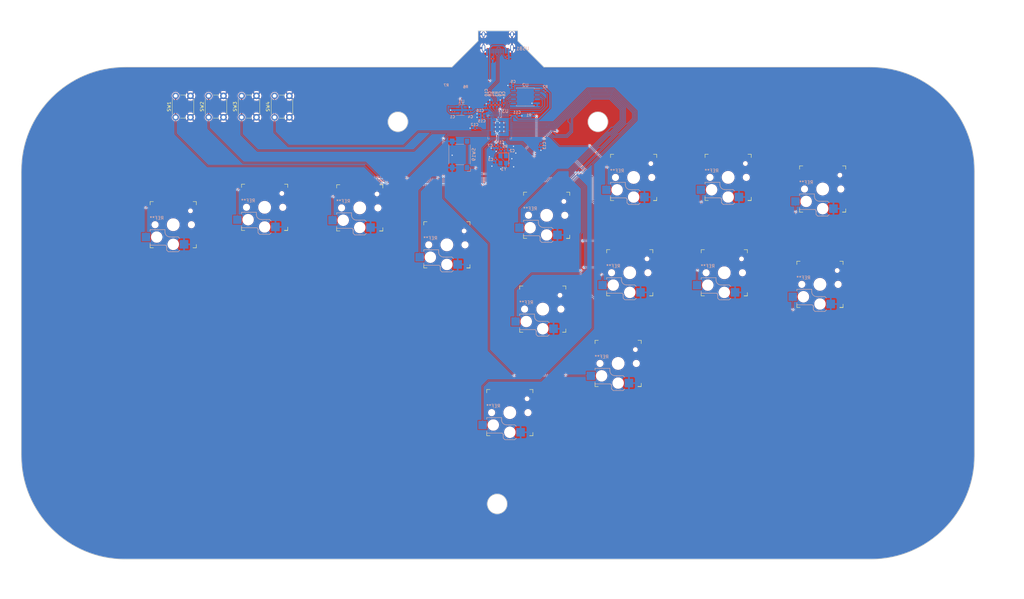
<source format=kicad_pcb>
(kicad_pcb (version 20221018) (generator pcbnew)
  (layers (0 "F.Cu" signal) (31 "B.Cu" signal) (34 "B.Paste" user) (35 "F.Paste" user) (36 "B.SilkS" user "B.Silkscreen") (37 "F.SilkS" user "F.Silkscreen") (38 "B.Mask" user) (39 "F.Mask" user) (44 "Edge.Cuts" user))
  (net 0 "")
  (net 1 "GND")
  (net 2 "+5V")
  (net 3 "D-")
  (net 4 "D+")
  (net 5 "Net-(USB1-Pad3)")
  (net 6 "Net-(USB1-Pad9)")
  (net 7 "LEFT")
  (net 8 "DOWN")
  (net 9 "RIGHT")
  (net 10 "UP")
  (net 11 "L1")
  (net 12 "R1")
  (net 13 "TRIANGLE")
  (net 14 "SQUARE")
  (net 15 "CIRCLE")
  (net 16 "CROSS")
  (net 17 "R2")
  (net 18 "L2")
  (net 19 "Net-(C3-Pad1)")
  (net 20 "+3V3")
  (net 21 "+1V1")
  (net 22 "Net-(R3-Pad2)")
  (net 23 "Net-(R4-Pad2)")
  (net 24 "Net-(R6-Pad1)")
  (net 25 "Net-(R7-Pad1)")
  (net 26 "XIN")
  (net 27 "XOUT")
  (net 28 "Net-(U1-Pad4)")
  (net 29 "OPT6")
  (net 30 "Net-(R1-Pad2)")
  (net 31 "QSPI_SS")
  (net 32 "Net-(SW20-Pad2)")
  (net 33 "QSPI_SD3")
  (net 34 "QSPI_SCLK")
  (net 35 "QSPI_SD0")
  (net 36 "QSPI_SD2")
  (net 37 "QSPI_SD1")
  (net 38 "Net-(U3-Pad35)")
  (net 39 "Net-(U3-Pad34)")
  (net 40 "Net-(U3-Pad25)")
  (net 41 "Net-(U3-Pad24)")
  (net 42 "Net-(U3-Pad18)")
  (net 43 "Net-(U3-Pad17)")
  (net 44 "Net-(U3-Pad2)")
  (net 45 "START")
  (net 46 "SELECT")
  (net 47 "L3")
  (net 48 "R3")
  (net 49 "HOME")
  (net 50 "CAPTURE")
  (footprint "Button_Switch_THT:SW_PUSH_6mm_H5mm" (layer "F.Cu") (at 134.23 84.6 90)
    (fp_text reference "SW4")
    (fp_text value "SW_Push")
  )
  (footprint "Button_Switch_THT:SW_PUSH_6mm_H5mm" (layer "F.Cu") (at 114.25 84.59 90)
    (fp_text reference "SW2")
    (fp_text value "SW_Push")
  )
  (footprint "Button_Switch_THT:SW_PUSH_6mm_H5mm" (layer "F.Cu") (at 104.25 84.59 90)
    (fp_text reference "SW1")
    (fp_text value "SW_Push")
  )
  (footprint "Button_Switch_THT:SW_PUSH_6mm_H5mm" (layer "F.Cu") (at 124.25 84.59 90)
    (fp_text reference "SW3")
    (fp_text value "SW_Push")
  )
  (footprint "MicroGRAM:Kailh_socket_PG1350" (layer "F.Cu") (at 238.33 159.17)
    (fp_text reference "REF**")
    (fp_text value "Kailh_socket_PG1350")
  )
  (footprint "MicroGRAM:Kailh_socket_PG1350" (layer "F.Cu") (at 270.49 131.69)
    (fp_text reference "REF**")
    (fp_text value "Kailh_socket_PG1350")
  )
  (footprint "MicroGRAM:Kailh_socket_PG1350" (layer "F.Cu") (at 205.507536 174.069303)
    (fp_text reference "REF**")
    (fp_text value "Kailh_socket_PG1350")
  )
  (footprint "MicroGRAM:Kailh_socket_PG1350" (layer "F.Cu") (at 241.85 131.68)
    (fp_text reference "REF**")
    (fp_text value "Kailh_socket_PG1350")
  )
  (footprint "MicroGRAM:Kailh_socket_PG1350" (layer "F.Cu") (at 160.04 112.03)
    (fp_text reference "REF**")
    (fp_text value "Kailh_socket_PG1350")
  )
  (footprint "MicroGRAM:Kailh_socket_PG1350" (layer "F.Cu") (at 271.66 102.79)
    (fp_text reference "REF**")
    (fp_text value "Kailh_socket_PG1350")
  )
  (footprint "MicroGRAM:Kailh_socket_PG1350" (layer "F.Cu") (at 131.22 111.86)
    (fp_text reference "REF**")
    (fp_text value "Kailh_socket_PG1350")
  )
  (footprint "MicroGRAM:Kailh_socket_PG1350" (layer "F.Cu") (at 215.49 142.71)
    (fp_text reference "REF**")
    (fp_text value "Kailh_socket_PG1350")
  )
  (footprint "MicroGRAM:Kailh_socket_PG1350" (layer "F.Cu") (at 216.67 114.28)
    (fp_text reference "REF**")
    (fp_text value "Kailh_socket_PG1350")
  )
  (footprint "MicroGRAM:Kailh_socket_PG1350" (layer "F.Cu") (at 243.02 102.81)
    (fp_text reference "REF**")
    (fp_text value "Kailh_socket_PG1350")
  )
  (footprint "MicroGRAM:Kailh_socket_PG1350" (layer "F.Cu") (at 186.44 123.23)
    (fp_text reference "REF**")
    (fp_text value "Kailh_socket_PG1350")
  )
  (footprint "MicroGRAM:Kailh_socket_PG1350" (layer "F.Cu") (at 103.53 117.13)
    (fp_text reference "REF**")
    (fp_text value "Kailh_socket_PG1350")
  )
  (footprint "MicroGRAM:Kailh_socket_PG1350" (layer "F.Cu") (at 299.48 135.21)
    (fp_text reference "REF**")
    (fp_text value "Kailh_socket_PG1350")
  )
  (footprint "MicroGRAM:Kailh_socket_PG1350" (layer "F.Cu") (at 300.3 106.32)
    (fp_text reference "REF**")
    (fp_text value "Kailh_socket_PG1350")
  )
  (footprint "Resistor_SMD:R_0402_1005Metric" (layer "B.Cu") (at 200.308079 66.820963 -90)
    (fp_text reference "R7")
    (fp_text value "5.1k")
  )
  (footprint "Type-C:HRO-TYPE-C-31-M-12-Assembly" (layer "B.Cu") (at 201.858079 56.820963)
    (fp_text reference "USB1")
    (fp_text value "HRO-TYPE-C-31-M-12")
  )
  (footprint "Resistor_SMD:R_0402_1005Metric" (layer "B.Cu") (at 204.708079 66.370963)
    (fp_text reference "R6")
    (fp_text value "5.1k")
  )
  (footprint "Capacitor_SMD:C_0402_1005Metric" (layer "B.Cu") (at 188.473079 82.890963 90)
    (fp_text reference "C1")
    (fp_text value "1u")
  )
  (footprint "Capacitor_SMD:C_0402_1005Metric" (layer "B.Cu") (at 204.373079 94.740963 180)
    (fp_text reference "C2")
    (fp_text value "30p")
  )
  (footprint "Capacitor_SMD:C_0402_1005Metric" (layer "B.Cu") (at 193.273079 82.890963 90)
    (fp_text reference "C4")
    (fp_text value "1u")
  )
  (footprint "Capacitor_SMD:C_0402_1005Metric" (layer "B.Cu") (at 206.523079 74.940963 180)
    (fp_text reference "C5")
    (fp_text value "100n")
  )
  (footprint "Capacitor_SMD:C_0402_1005Metric" (layer "B.Cu") (at 203.673079 80.240963 90)
    (fp_text reference "C6")
    (fp_text value "100n")
  )
  (footprint "Capacitor_SMD:C_0402_1005Metric" (layer "B.Cu") (at 200.823079 93.440963 -90)
    (fp_text reference "C7")
    (fp_text value "100n")
  )
  (footprint "Capacitor_SMD:C_0402_1005Metric" (layer "B.Cu") (at 199.423079 80.840963 90)
    (fp_text reference "C8")
    (fp_text value "1u")
  )
  (footprint "Capacitor_SMD:C_0402_1005Metric" (layer "B.Cu") (at 202.623079 80.840963 90)
    (fp_text reference "C9")
    (fp_text value "100n")
  )
  (footprint "Capacitor_SMD:C_0402_1005Metric" (layer "B.Cu") (at 198.373079 81.840963 90)
    (fp_text reference "C10")
    (fp_text value "1u")
  )
  (footprint "Capacitor_SMD:C_0402_1005Metric" (layer "B.Cu") (at 197.173079 84.590963 180)
    (fp_text reference "C15")
    (fp_text value "100n")
  )
  (footprint "Capacitor_SMD:C_0402_1005Metric" (layer "B.Cu") (at 197.173079 83.540963 180)
    (fp_text reference "C16")
    (fp_text value "100n")
  )
  (footprint "Resistor_SMD:R_0402_1005Metric" (layer "B.Cu") (at 212.623079 83.740963 -90)
    (fp_text reference "R1")
    (fp_text value "1k")
  )
  (footprint "Resistor_SMD:R_0402_1005Metric" (layer "B.Cu") (at 216.273079 76.540963 180)
    (fp_text reference "R2")
    (fp_text value "10k")
  )
  (footprint "Resistor_SMD:R_0402_1005Metric" (layer "B.Cu") (at 200.493079 80.840963 -90)
    (fp_text reference "R4")
    (fp_text value "27")
  )
  (footprint "Button_Switch_SMD:SW_SPST_Omron_B3FS-100xP" (layer "B.Cu") (at 190.298079 95.835963 90)
    (fp_text reference "SW19")
    (fp_text value "SW_Push")
  )
  (footprint "Package_TO_SOT_SMD:SOT-23-5" (layer "B.Cu") (at 190.873079 82.390963)
    (fp_text reference "U1")
    (fp_text value "TLV73333PDBV")
  )
  (footprint "Package_SO:SOIC-8_5.23x5.23mm_P1.27mm" (layer "B.Cu") (at 210.223079 78.440963 180)
    (fp_text reference "U2")
    (fp_text value "W25Q128JVS")
  )
  (footprint "RP2040:RP2040-QFN-56" (layer "B.Cu") (at 202.423079 87.540963 180)
    (fp_text reference "U3")
    (fp_text value "RP2040")
  )
  (footprint "Crystal:Crystal_SMD_3225-4Pin_3.2x2.5mm" (layer "B.Cu") (at 203.523079 97.390963 -90)
    (fp_text reference "Y1")
    (fp_text value "Crystal_GND24")
  )
  (footprint "Resistor_SMD:R_0402_1005Metric" (layer "B.Cu") (at 201.573079 80.840963 -90)
    (fp_text reference "R3")
    (fp_text value "27")
  )
  (footprint "Capacitor_SMD:C_0402_1005Metric" (layer "B.Cu") (at 201.173079 97.390963 -90)
    (fp_text reference "C3")
    (fp_text value "30p")
  )
  (footprint "Capacitor_SMD:C_0402_1005Metric" (layer "B.Cu") (at 214.93 93.14 -90)
    (fp_text reference "C13")
    (fp_text value "100n")
  )
  (footprint "Capacitor_SMD:C_0402_1005Metric" (layer "B.Cu") (at 194.98 87.87 180)
    (fp_text reference "C12")
    (fp_text value "100n")
  )
  (footprint "Resistor_SMD:R_0402_1005Metric" (layer "B.Cu") (at 202.873079 94.290963 90)
    (fp_text reference "R5")
    (fp_text value "1k")
  )
  (footprint "Capacitor_SMD:C_0402_1005Metric" (layer "B.Cu") (at 201.853079 93.440963 -90)
    (fp_text reference "C14")
    (fp_text value "100n")
  )
  (footprint "Capacitor_SMD:C_0402_1005Metric" (layer "B.Cu") (at 207.673079 84.140963)
    (fp_text reference "C11")
    (fp_text value "100n")
  )
  (gr_line (start 314.869425 69.379964) (end 215.855282 69.379964) (stroke (width 0.18)) (layer "Edge.Cuts"))
  (gr_curve (pts (xy 346.308979 100.823049) (xy 346.308979 83.459327) (xy 332.233137 69.379964) (xy 314.869425 69.379964)) (stroke (width 0.18)) (layer "Edge.Cuts"))
  (gr_line (start 207.91003 61.434713) (end 207.91003 58.38) (stroke (width 0.18)) (layer "Edge.Cuts"))
  (gr_line (start 57.510974 100.823049) (end 57.510974 187.038405) (stroke (width 0.18)) (layer "Edge.Cuts"))
  (gr_line (start 215.855282 69.379964) (end 207.91003 61.434713) (stroke (width 0.18)) (layer "Edge.Cuts"))
  (gr_line (start 88.950528 218.48149) (end 314.869425 218.48149) (stroke (width 0.18)) (layer "Edge.Cuts"))
  (gr_line (start 346.308979 187.038405) (end 346.308979 100.823049) (stroke (width 0.18)) (layer "Edge.Cuts"))
  (gr_line (start 206.909897 58.38) (end 196.910066 58.38) (stroke (width 0.18)) (layer "Edge.Cuts"))
  (gr_line (start 196.910066 58.38) (end 195.909934 58.38) (stroke (width 0.18)) (layer "Edge.Cuts"))
  (gr_curve (pts (xy 170.923511 88.878565) (xy 172.536056 89.259235) (xy 174.151876 88.2606) (xy 174.532546 86.648052)) (stroke (width 0.18)) (layer "Edge.Cuts"))
  (gr_curve (pts (xy 231.517853 88.878565) (xy 233.130398 89.259235) (xy 234.746218 88.2606) (xy 235.126888 86.648052)) (stroke (width 0.18)) (layer "Edge.Cuts"))
  (gr_curve (pts (xy 57.510974 187.038405) (xy 57.510974 204.402127) (xy 71.586816 218.48149) (xy 88.950528 218.48149)) (stroke (width 0.18)) (layer "Edge.Cuts"))
  (gr_curve (pts (xy 174.532546 86.648052) (xy 174.913217 85.035504) (xy 173.914585 83.419682) (xy 172.30204 83.039013)) (stroke (width 0.18)) (layer "Edge.Cuts"))
  (gr_circle (center 201.692766 201.735518) (end 204.692789 201.735518) (stroke (width 0.18)) (fill none) (layer "Edge.Cuts"))
  (gr_line (start 195.909934 58.38) (end 195.909934 61.434713) (stroke (width 0.18)) (layer "Edge.Cuts"))
  (gr_curve (pts (xy 229.287347 85.269526) (xy 228.906677 86.882074) (xy 229.905309 88.497896) (xy 231.517853 88.878565)) (stroke (width 0.18)) (layer "Edge.Cuts"))
  (gr_line (start 187.964671 69.379964) (end 88.950528 69.379964) (stroke (width 0.18)) (layer "Edge.Cuts"))
  (gr_curve (pts (xy 235.126888 86.648052) (xy 235.507558 85.035504) (xy 234.508927 83.419682) (xy 232.896382 83.039013)) (stroke (width 0.18)) (layer "Edge.Cuts"))
  (gr_curve (pts (xy 314.869425 218.48149) (xy 332.233137 218.48149) (xy 346.308979 204.402127) (xy 346.308979 187.038405)) (stroke (width 0.18)) (layer "Edge.Cuts"))
  (gr_curve (pts (xy 168.693005 85.269526) (xy 168.312335 86.882074) (xy 169.310967 88.497896) (xy 170.923511 88.878565)) (stroke (width 0.18)) (layer "Edge.Cuts"))
  (gr_line (start 207.91003 58.38) (end 206.909897 58.38) (stroke (width 0.18)) (layer "Edge.Cuts"))
  (gr_curve (pts (xy 88.950528 69.379964) (xy 71.586816 69.379964) (xy 57.510974 83.459327) (xy 57.510974 100.823049)) (stroke (width 0.18)) (layer "Edge.Cuts"))
  (gr_curve (pts (xy 172.30204 83.039013) (xy 170.689496 82.658343) (xy 169.073676 83.656978) (xy 168.693005 85.269526)) (stroke (width 0.18)) (layer "Edge.Cuts"))
  (gr_curve (pts (xy 232.896382 83.039013) (xy 231.283838 82.658343) (xy 229.668018 83.656978) (xy 229.287347 85.269526)) (stroke (width 0.18)) (layer "Edge.Cuts"))
  (gr_line (start 195.909934 61.434713) (end 187.964671 69.379964) (stroke (width 0.18)) (layer "Edge.Cuts"))
  (via (at 206.623079 93.390963) (size 0.6) (drill 0.35) (layers "F.Cu" "B.Cu") (net 1))
  (via (at 201.373079 94.890963) (size 0.6) (drill 0.35) (layers "F.Cu" "B.Cu") (net 1))
  (via (at 209.173079 84.140963) (size 0.6) (drill 0.35) (layers "F.Cu" "B.Cu") (net 1))
  (via (at 187.573079 82.440963) (size 0.6) (drill 0.35) (layers "F.Cu" "B.Cu") (net 1))
  (via (at 195.573079 83.540963) (size 0.6) (drill 0.35) (layers "F.Cu" "B.Cu") (net 1))
  (via (at 193.48 87.87) (size 0.6) (drill 0.35) (layers "F.Cu" "B.Cu") (net 1))
  (via (at 193.273079 81.490963) (size 0.6) (drill 0.35) (layers "F.Cu" "B.Cu") (net 1))
  (via (at 188.048079 96.085963) (size 0.6) (drill 0.35) (layers "F.Cu" "B.Cu") (net 1))
  (via (at 206.123079 97.140963) (size 0.6) (drill 0.35) (layers "F.Cu" "B.Cu") (net 1))
  (via (at 207.323079 95.440963) (size 0.6) (drill 0.35) (layers "F.Cu" "B.Cu") (net 1))
  (via (at 199.873079 93.940963) (size 0.6) (drill 0.35) (layers "F.Cu" "B.Cu") (net 1))
  (via (at 199.323079 96.540963) (size 0.6) (drill 0.35) (layers "F.Cu" "B.Cu") (net 1))
  (via (at 202.623079 79.340963) (size 0.6) (drill 0.35) (layers "F.Cu" "B.Cu") (net 1))
  (via (at 200.073079 99.390963) (size 0.6) (drill 0.35) (layers "F.Cu" "B.Cu") (net 1))
  (via (at 202.773079 100.240963) (size 0.6) (drill 0.35) (layers "F.Cu" "B.Cu") (net 1))
  (via (at 198.608079 66.220963) (size 0.6) (drill 0.35) (layers "F.Cu" "B.Cu") (net 1))
  (via (at 204.923079 74.940963) (size 0.6) (drill 0.35) (layers "F.Cu" "B.Cu") (net 1))
  (via (at 212.223079 80.340963) (size 0.6) (drill 0.35) (layers "F.Cu" "B.Cu") (net 1))
  (via (at 203.623079 92.640963) (size 0.6) (drill 0.35) (layers "F.Cu" "B.Cu") (net 1))
  (via (at 206.673079 99.590963) (size 0.6) (drill 0.35) (layers "F.Cu" "B.Cu") (net 1))
  (via (at 195.573079 84.590963) (size 0.6) (drill 0.35) (layers "F.Cu" "B.Cu") (net 1))
  (via (at 203.673079 78.690963) (size 0.6) (drill 0.35) (layers "F.Cu" "B.Cu") (net 1))
  (via (at 198.373079 80.490963) (size 0.6) (drill 0.35) (layers "F.Cu" "B.Cu") (net 1))
  (via (at 199.423079 79.340963) (size 0.6) (drill 0.35) (layers "F.Cu" "B.Cu") (net 1))
  (via (at 214.93 94.59) (size 0.6) (drill 0.35) (layers "F.Cu" "B.Cu") (net 1))
  (segment (start 203.423079 92.440963) (end 203.623079 92.640963) (width 0.2) (layer "B.Cu") (net 1))
  (segment (start 189.773079 82.390963) (end 193.253079 82.390963) (width 0.4) (layer "B.Cu") (net 1))
  (segment (start 206.043079 74.940963) (end 204.923079 74.940963) (width 0.4) (layer "B.Cu") (net 1))
  (segment (start 194.5 87.87) (end 193.48 87.87) (width 0.2) (layer "B.Cu") (net 1))
  (segment (start 204.853079 94.740963) (end 205.423079 95.310963) (width 0.2) (layer "B.Cu") (net 1))
  (segment (start 208.153079 84.140963) (end 209.173079 84.140963) (width 0.4) (layer "B.Cu") (net 1))
  (segment (start 193.273079 82.410963) (end 193.273079 81.490963) (width 0.4) (layer "B.Cu") (net 1))
  (segment (start 188.473079 82.410963) (end 187.603079 82.410963) (width 0.4) (layer "B.Cu") (net 1))
  (segment (start 204.173079 99.590963) (end 204.373079 99.390963) (width 0.2) (layer "B.Cu") (net 1))
  (segment (start 188.048079 96.085963) (end 188.048079 91.835963) (width 0.2) (layer "B.Cu") (net 1))
  (segment (start 193.253079 82.390963) (end 193.273079 82.410963) (width 0.4) (layer "B.Cu") (net 1))
  (segment (start 214.93 93.62) (end 214.93 94.59) (width 0.2) (layer "B.Cu") (net 1))
  (segment (start 200.823079 93.920963) (end 199.893079 93.920963) (width 0.2) (layer "B.Cu") (net 1))
  (segment (start 201.933077 99.590963) (end 204.173079 99.590963) (width 0.2) (layer "B.Cu") (net 1))
  (segment (start 204.373079 98.490963) (end 204.373079 98.390963) (width 0.2) (layer "B.Cu") (net 1))
  (segment (start 203.423079 90.978463) (end 203.423079 92.440963) (width 0.2) (layer "B.Cu") (net 1))
  (segment (start 205.108079 64.515963) (end 205.108079 66.260963) (width 0.2) (layer "B.Cu") (net 1))
  (segment (start 204.373079 98.390963) (end 202.673079 96.690963) (width 0.2) (layer "B.Cu") (net 1))
  (segment (start 204.853079 93.870963) (end 204.853079 94.740963) (width 0.2) (layer "B.Cu") (net 1))
  (segment (start 198.453079 64.515963) (end 198.508079 64.515963) (width 0.381) (layer "B.Cu") (net 1))
  (segment (start 205.263079 64.515963) (end 206.178079 63.600963) (width 0.381) (layer "B.Cu") (net 1))
  (segment (start 188.473079 82.410963) (end 189.753079 82.410963) (width 0.4) (layer "B.Cu") (net 1))
  (segment (start 201.853079 94.410963) (end 201.373079 94.890963) (width 0.2) (layer "B.Cu") (net 1))
  (segment (start 198.608079 64.515963) (end 198.608079 66.220963) (width 0.4) (layer "B.Cu") (net 1))
  (segment (start 202.623079 80.360963) (end 202.623079 79.340963) (width 0.2) (layer "B.Cu") (net 1))
  (segment (start 201.853079 93.920963) (end 201.853079 94.410963) (width 0.2) (layer "B.Cu") (net 1))
  (segment (start 201.173079 98.830965) (end 201.933077 99.590963) (width 0.2) (layer "B.Cu") (net 1))
  (segment (start 205.423079 97.440963) (end 204.373079 98.490963) (width 0.2) (layer "B.Cu") (net 1))
  (segment (start 199.893079 93.920963) (end 199.873079 93.940963) (width 0.2) (layer "B.Cu") (net 1))
  (segment (start 199.423079 80.360963) (end 199.423079 79.340963) (width 0.2) (layer "B.Cu") (net 1))
  (segment (start 212.228079 80.345963) (end 212.223079 80.340963) (width 0.2) (layer "B.Cu") (net 1))
  (segment (start 203.623079 92.640963) (end 204.853079 93.870963) (width 0.2) (layer "B.Cu") (net 1))
  (segment (start 189.753079 82.410963) (end 189.773079 82.390963) (width 0.4) (layer "B.Cu") (net 1))
  (segment (start 202.673079 96.690963) (end 202.673079 96.290963) (width 0.2) (layer "B.Cu") (net 1))
  (segment (start 213.823079 80.345963) (end 212.228079 80.345963) (width 0.2) (layer "B.Cu") (net 1))
  (segment (start 198.373079 81.360963) (end 198.373079 80.490963) (width 0.2) (layer "B.Cu") (net 1))
  (segment (start 205.083079 64.515963) (end 205.263079 64.515963) (width 0.381) (layer "B.Cu") (net 1))
  (segment (start 205.423079 95.310963) (end 205.423079 97.440963) (width 0.2) (layer "B.Cu") (net 1))
  (segment (start 204.373079 99.390963) (end 204.373079 98.490963) (width 0.2) (layer "B.Cu") (net 1))
  (segment (start 196.693079 83.540963) (end 195.573079 83.540963) (width 0.2) (layer "B.Cu") (net 1))
  (segment (start 188.048079 99.835963) (end 188.048079 96.085963) (width 0.2) (layer "B.Cu") (net 1))
  (segment (start 203.673079 79.760963) (end 203.673079 78.690963) (width 0.2) (layer "B.Cu") (net 1))
  (segment (start 187.603079 82.410963) (end 187.573079 82.440963) (width 0.4) (layer "B.Cu") (net 1))
  (segment (start 197.538079 63.600963) (end 198.453079 64.515963) (width 0.381) (layer "B.Cu") (net 1))
  (segment (start 196.693079 84.590963) (end 195.573079 84.590963) (width 0.2) (layer "B.Cu") (net 1))
  (segment (start 201.173079 97.870963) (end 201.173079 98.830965) (width 0.2) (layer "B.Cu") (net 1))
  (segment (start 193.888079 79.020963) (end 190.528079 79.020963) (width 0.4) (layer "F.Cu") (net 2))
  (segment (start 199.438079 73.470963) (end 193.888079 79.020963) (width 0.4) (layer "F.Cu") (net 2))
  (via (at 190.528079 79.020963) (size 0.6) (drill 0.35) (layers "F.Cu" "B.Cu") (net 2))
  (via (at 199.438079 73.470963) (size 0.6) (drill 0.35) (layers "F.Cu" "B.Cu") (net 2))
  (segment (start 187.467077 83.370963) (end 186.823079 82.726965) (width 0.4) (layer "B.Cu") (net 2))
  (segment (start 188.473079 83.370963) (end 189.743079 83.370963) (width 0.4) (layer "B.Cu") (net 2))
  (segment (start 200.24108 62.870964) (end 199.408079 63.703965) (width 0.4) (layer "B.Cu") (net 2))
  (segment (start 199.408079 73.420963) (end 199.388079 73.420963) (width 0.4) (layer "B.Cu") (net 2))
  (segment (start 186.823079 82.726965) (end 186.823079 81.240963) (width 0.4) (layer "B.Cu") (net 2))
  (segment (start 188.473079 83.370963) (end 187.467077 83.370963) (width 0.4) (layer "B.Cu") (net 2))
  (segment (start 186.823079 81.240963) (end 187.023079 81.440963) (width 0.4) (layer "B.Cu") (net 2))
  (segment (start 190.528079 80.685963) (end 189.773079 81.440963) (width 0.4) (layer "B.Cu") (net 2))
  (segment (start 187.023079 81.440963) (end 189.773079 81.440963) (width 0.4) (layer "B.Cu") (net 2))
  (segment (start 199.408079 63.703965) (end 199.408079 64.515963) (width 0.4) (layer "B.Cu") (net 2))
  (segment (start 203.475078 62.870964) (end 200.24108 62.870964) (width 0.4) (layer "B.Cu") (net 2))
  (segment (start 189.743079 83.370963) (end 189.773079 83.340963) (width 0.2) (layer "B.Cu") (net 2))
  (segment (start 190.528079 79.020963) (end 190.528079 80.685963) (width 0.4) (layer "B.Cu") (net 2))
  (segment (start 204.308079 64.515963) (end 204.308079 63.703965) (width 0.4) (layer "B.Cu") (net 2))
  (segment (start 199.388079 73.420963) (end 199.438079 73.470963) (width 0.4) (layer "B.Cu") (net 2))
  (segment (start 204.308079 63.703965) (end 203.475078 62.870964) (width 0.4) (layer "B.Cu") (net 2))
  (segment (start 199.408079 64.515963) (end 199.408079 73.420963) (width 0.4) (layer "B.Cu") (net 2))
  (segment (start 200.823079 79.040963) (end 199.473079 77.690963) (width 0.2) (layer "B.Cu") (net 3))
  (segment (start 201.633079 65.945963) (end 201.658079 65.920963) (width 0.2) (layer "B.Cu") (net 3))
  (segment (start 200.823079 80.000963) (end 200.823079 79.040963) (width 0.2) (layer "B.Cu") (net 3))
  (segment (start 200.493079 80.330963) (end 200.823079 80.000963) (width 0.2) (layer "B.Cu") (net 3))
  (segment (start 202.108079 64.515963) (end 202.108079 65.470963) (width 0.2) (layer "B.Cu") (net 3))
  (segment (start 199.238768 76.004589) (end 199.238768 77.456637) (width 0.2) (layer "B.Cu") (net 3))
  (segment (start 201.598077 65.920963) (end 201.108079 65.430965) (width 0.2) (layer "B.Cu") (net 3))
  (segment (start 201.633079 68.545963) (end 201.633079 65.945963) (width 0.2) (layer "B.Cu") (net 3))
  (segment (start 202.108079 65.470963) (end 201.658079 65.920963) (width 0.2) (layer "B.Cu") (net 3))
  (segment (start 200.250236 74.99312) (end 199.238768 76.004589) (width 0.2) (layer "B.Cu") (net 3))
  (segment (start 201.633079 68.545963) (end 201.633079 73.610277) (width 0.2) (layer "B.Cu") (net 3))
  (segment (start 199.238768 77.456637) (end 199.473083 77.690952) (width 0.2) (layer "B.Cu") (net 3))
  (segment (start 201.658079 65.920963) (end 201.598077 65.920963) (width 0.2) (layer "B.Cu") (net 3))
  (segment (start 201.108079 65.430965) (end 201.108079 64.515963) (width 0.2) (layer "B.Cu") (net 3))
  (segment (start 201.633079 73.610277) (end 200.250236 74.99312) (width 0.2) (layer "B.Cu") (net 3))
  (segment (start 202.038079 66.120963) (end 202.058079 66.120963) (width 0.2) (layer "B.Cu") (net 4))
  (segment (start 202.608079 63.590963) (end 202.38809 63.370974) (width 0.2) (layer "B.Cu") (net 4))
  (segment (start 201.828068 63.370974) (end 201.608079 63.590963) (width 0.2) (layer "B.Cu") (net 4))
  (segment (start 201.223079 79.980963) (end 201.223079 78.875263) (width 0.2) (layer "B.Cu") (net 4))
  (segment (start 202.033079 73.775963) (end 202.033079 66.125963) (width 0.2) (layer "B.Cu") (net 4))
  (segment (start 202.033079 66.125963) (end 202.038079 66.120963) (width 0.2) (layer "B.Cu") (net 4))
  (segment (start 201.573079 80.330963) (end 201.223079 79.980963) (width 0.2) (layer "B.Cu") (net 4))
  (segment (start 201.223079 78.875263) (end 199.638768 77.290952) (width 0.2) (layer "B.Cu") (net 4))
  (segment (start 199.638768 76.170274) (end 202.033079 73.775963) (width 0.2) (layer "B.Cu") (net 4))
  (segment (start 202.608079 65.570963) (end 202.608079 64.515963) (width 0.2) (layer "B.Cu") (net 4))
  (segment (start 202.608079 64.515963) (end 202.608079 63.590963) (width 0.2) (layer "B.Cu") (net 4))
  (segment (start 199.638768 77.290952) (end 199.638768 76.170274) (width 0.2) (layer "B.Cu") (net 4))
  (segment (start 202.38809 63.370974) (end 201.828068 63.370974) (width 0.2) (layer "B.Cu") (net 4))
  (segment (start 201.608079 63.590963) (end 201.608079 64.515963) (width 0.2) (layer "B.Cu") (net 4))
  (segment (start 202.058079 66.120963) (end 202.608079 65.570963) (width 0.2) (layer "B.Cu") (net 4))
  (segment (start 222.32 103.51) (end 161.46 103.51) (width 0.2) (layer "F.Cu") (net 7))
  (segment (start 224.322178 103.51) (end 222.32 103.51) (width 0.2) (layer "F.Cu") (net 7))
  (segment (start 161.46 103.51) (end 126.13 103.51) (width 0.2) (layer "F.Cu") (net 7))
  (segment (start 226.391089 101.441089) (end 224.322178 103.51) (width 0.2) (layer "F.Cu") (net 7))
  (segment (start 126.13 103.51) (end 123.12 106.52) (width 0.2) (layer "F.Cu") (net 7))
  (via (at 123.12 106.52) (size 0.6) (drill 0.35) (layers "F.Cu" "B.Cu") (net 7))
  (via (at 226.391089 101.441089) (size 0.6) (drill 0.35) (layers "F.Cu" "B.Cu") (net 7))
  (segment (start 229.351372 76.69) (end 236.708628 76.69) (width 0.2) (layer "B.Cu") (net 7))
  (segment (start 236.708628 76.69) (end 239.389314 79.370686) (width 0.2) (layer "B.Cu") (net 7))
  (segment (start 219.100409 86.940963) (end 228.300686 77.740686) (width 0.2) (layer "B.Cu") (net 7))
  (segment (start 239.389314 79.370686) (end 243.07 83.051372) (width 0.2) (layer "B.Cu") (net 7))
  (segment (start 217.39 86.940963) (end 219.100409 86.940963) (width 0.2) (layer "B.Cu") (net 7))
  (segment (start 243.07 85.118628) (end 238.589314 89.599314) (width 0.2) (layer "B.Cu") (net 7))
  (segment (start 243.07 83.051372) (end 243.07 85.118628) (width 0.2) (layer "B.Cu") (net 7))
  (segment (start 238.232864 89.599314) (end 226.391089 101.441089) (width 0.2) (layer "B.Cu") (net 7))
  (segment (start 228.300686 77.740686) (end 229.351372 76.69) (width 0.2) (layer "B.Cu") (net 7))
  (segment (start 122.945 106.695) (end 122.945 115.61) (width 0.2) (layer "B.Cu") (net 7))
  (segment (start 217.219037 86.940963) (end 217.39 86.940963) (width 0.2) (layer "B.Cu") (net 7))
  (segment (start 205.860579 86.940963) (end 217.219037 86.940963) (width 0.2) (layer "B.Cu") (net 7))
  (segment (start 123.12 106.52) (end 122.945 106.695) (width 0.2) (layer "B.Cu") (net 7))
  (segment (start 238.589314 89.599314) (end 238.232864 89.599314) (width 0.2) (layer "B.Cu") (net 7))
  (segment (start 224.77 103.91) (end 156.82 103.91) (width 0.2) (layer "F.Cu") (net 8))
  (segment (start 227.35 101.33) (end 224.77 103.91) (width 0.2) (layer "F.Cu") (net 8))
  (segment (start 152.1 108.63) (end 151.95 108.63) (width 0.2) (layer "F.Cu") (net 8))
  (segment (start 156.82 103.91) (end 152.1 108.63) (width 0.2) (layer "F.Cu") (net 8))
  (via (at 227.35 101.33) (size 0.6) (drill 0.35) (layers "F.Cu" "B.Cu") (net 8))
  (via (at 151.95 108.63) (size 0.6) (drill 0.35) (layers "F.Cu" "B.Cu") (net 8))
  (segment (start 227.424314 101.33) (end 227.35 101.33) (width 0.2) (layer "B.Cu") (net 8))
  (segment (start 238.687157 78.102843) (end 243.47 82.885686) (width 0.2) (layer "B.Cu") (net 8))
  (segment (start 234.51 76.29) (end 236.874314 76.29) (width 0.2) (layer "B.Cu") (net 8))
  (segment (start 205.860579 86.540963) (end 218.099037 86.540963) (width 0.2) (layer "B.Cu") (net 8))
  (segment (start 218.14 86.540963) (end 218.934723 86.540963) (width 0.2) (layer "B.Cu") (net 8))
  (segment (start 229.185686 76.29) (end 234.51 76.29) (width 0.2) (layer "B.Cu") (net 8))
  (segment (start 218.934723 86.540963) (end 228.212843 77.262843) (width 0.2) (layer "B.Cu") (net 8))
  (segment (start 151.765 108.815) (end 151.765 115.78) (width 0.2) (layer "B.Cu") (net 8))
  (segment (start 151.95 108.63) (end 151.765 108.815) (width 0.2) (layer "B.Cu") (net 8))
  (segment (start 228.212843 77.262843) (end 229.185686 76.29) (width 0.2) (layer "B.Cu") (net 8))
  (segment (start 236.792157 91.962157) (end 227.424314 101.33) (width 0.2) (layer "B.Cu") (net 8))
  (segment (start 243.47 83.89) (end 243.47 85.284314) (width 0.2) (layer "B.Cu") (net 8))
  (segment (start 243.47 85.284314) (end 236.792157 91.962157) (width 0.2) (layer "B.Cu") (net 8))
  (segment (start 243.47 82.885686) (end 243.47 83.89) (width 0.2) (layer "B.Cu") (net 8))
  (segment (start 236.874314 76.29) (end 238.687157 78.102843) (width 0.2) (layer "B.Cu") (net 8))
  (segment (start 218.099037 86.540963) (end 218.14 86.540963) (width 0.2) (layer "B.Cu") (net 8))
  (segment (start 184.66 103.11) (end 183.9095 103.11) (width 0.2) (layer "F.Cu") (net 9))
  (segment (start 223.874356 103.11) (end 184.66 103.11) (width 0.2) (layer "F.Cu") (net 9))
  (segment (start 183.9095 103.11) (end 183.71 102.9105) (width 0.2) (layer "F.Cu") (net 9))
  (segment (start 225.527178 101.457178) (end 223.874356 103.11) (width 0.2) (layer "F.Cu") (net 9))
  (via (at 183.71 102.9105) (size 0.6) (drill 0.35) (layers "F.Cu" "B.Cu") (net 9))
  (via (at 225.527178 101.457178) (size 0.6) (drill 0.35) (layers "F.Cu" "B.Cu") (net 9))
  (segment (start 227.6 79.007058) (end 227.823529 78.783529) (width 0.2) (layer "B.Cu") (net 9))
  (segment (start 216.519037 87.340963) (end 216.64 87.340963) (width 0.2) (layer "B.Cu") (net 9))
  (segment (start 229.517058 77.09) (end 235.11 77.09) (width 0.2) (layer "B.Cu") (net 9))
  (segment (start 183.71 102.9105) (end 182.1195 102.9105) (width 0.2) (layer "B.Cu") (net 9))
  (segment (start 227.08611 99.898246) (end 225.527178 101.457178) (width 0.2) (layer "B.Cu") (net 9))
  (segment (start 240.705021 86.561471) (end 236.238246 91.028246) (width 0.2) (layer "B.Cu") (net 9))
  (segment (start 236.542942 77.09) (end 241.421471 81.968529) (width 0.2) (layer "B.Cu") (net 9))
  (segment (start 182.1195 102.9105) (end 178.165 106.865) (width 0.2) (layer "B.Cu") (net 9))
  (segment (start 178.165 106.865) (end 178.165 126.98) (width 0.2) (layer "B.Cu") (net 9))
  (segment (start 235.11 77.09) (end 236.542942 77.09) (width 0.2) (layer "B.Cu") (net 9))
  (segment (start 242.67 83.217058) (end 242.67 84.952942) (width 0.2) (layer "B.Cu") (net 9))
  (segment (start 205.860579 87.340963) (end 216.519037 87.340963) (width 0.2) (layer "B.Cu") (net 9))
  (segment (start 236.238246 91.028246) (end 227.368246 99.898246) (width 0.2) (layer "B.Cu") (net 9))
  (segment (start 227.823529 78.783529) (end 229.517058 77.09) (width 0.2) (layer "B.Cu") (net 9))
  (segment (start 219.266095 87.340963) (end 220.838529 85.768529) (width 0.2) (layer "B.Cu") (net 9))
  (segment (start 220.838529 85.768529) (end 227.6 79.007058) (width 0.2) (layer "B.Cu") (net 9))
  (segment (start 241.061471 86.561471) (end 240.705021 86.561471) (width 0.2) (layer "B.Cu") (net 9))
  (segment (start 216.64 87.340963) (end 219.266095 87.340963) (width 0.2) (layer "B.Cu") (net 9))
  (segment (start 227.368246 99.898246) (end 227.08611 99.898246) (width 0.2) (layer "B.Cu") (net 9))
  (segment (start 242.67 84.952942) (end 241.061471 86.561471) (width 0.2) (layer "B.Cu") (net 9))
  (segment (start 241.421471 81.968529) (end 242.67 83.217058) (width 0.2) (layer "B.Cu") (net 9))
  (segment (start 237.04 75.89) (end 243.87 82.72) (width 0.2) (layer "B.Cu") (net 10))
  (segment (start 197.232536 166.087464) (end 197.232536 177.819303) (width 0.2) (layer "B.Cu") (net 10))
  (segment (start 230.68 98.64) (end 230.68 148.56) (width 0.2) (layer "B.Cu") (net 10))
  (segment (start 218.769037 86.140963) (end 229.02 75.89) (width 0.2) (layer "B.Cu") (net 10))
  (segment (start 243.87 82.72) (end 243.87 85.45) (width 0.2) (layer "B.Cu") (net 10))
  (segment (start 230.68 148.56) (end 214.92 164.32) (width 0.2) (layer "B.Cu") (net 10))
  (segment (start 199 164.32) (end 197.232536 166.087464) (width 0.2) (layer "B.Cu") (net 10))
  (segment (start 229.02 75.89) (end 237.04 75.89) (width 0.2) (layer "B.Cu") (net 10))
  (segment (start 243.87 85.45) (end 230.68 98.64) (width 0.2) (layer "B.Cu") (net 10))
  (segment (start 214.92 164.32) (end 199 164.32) (width 0.2) (layer "B.Cu") (net 10))
  (segment (start 205.860579 86.140963) (end 218.769037 86.140963) (width 0.2) (layer "B.Cu") (net 10))
  (segment (start 230.14 109.67) (end 235.59 115.12) (width 0.2) (layer "F.Cu") (net 11))
  (segment (start 230.24 102.85) (end 230.24 109.57) (width 0.2) (layer "F.Cu") (net 11))
  (segment (start 242.81 115.12) (end 290.23 115.12) (width 0.2) (layer "F.Cu") (net 11))
  (segment (start 212.89 96.26) (end 223.65 96.26) (width 0.2) (layer "F.Cu") (net 11))
  (segment (start 290.23 115.12) (end 292.12 113.23) (width 0.2) (layer "F.Cu") (net 11))
  (segment (start 235.59 115.12) (end 242.81 115.12) (width 0.2) (layer "F.Cu") (net 11))
  (segment (start 223.65 96.26) (end 230.24 102.85) (width 0.2) (layer "F.Cu") (net 11))
  (segment (start 230.24 109.57) (end 230.14 109.67) (width 0.2) (layer "F.Cu") (net 11))
  (via (at 212.89 96.26) (size 0.6) (drill 0.35) (layers "F.Cu" "B.Cu") (net 11))
  (via (at 292.12 113.23) (size 0.6) (drill 0.35) (layers "F.Cu" "B.Cu") (net 11))
  (segment (start 204.623079 90.978463) (end 204.623079 91.973079) (width 0.2) (layer "B.Cu") (net 11))
  (segment (start 205.18 92.53) (end 209.2 92.53) (width 0.2) (layer "B.Cu") (net 11))
  (segment (start 292.025 113.135) (end 292.025 110.07) (width 0.2) (layer "B.Cu") (net 11))
  (segment (start 209.2 92.53) (end 212.89 96.22) (width 0.2) (layer "B.Cu") (net 11))
  (segment (start 212.89 96.22) (end 212.89 96.26) (width 0.2) (layer "B.Cu") (net 11))
  (segment (start 204.623079 91.973079) (end 204.93 92.28) (width 0.2) (layer "B.Cu") (net 11))
  (segment (start 204.93 92.28) (end 205.18 92.53) (width 0.2) (layer "B.Cu") (net 11))
  (segment (start 292.12 113.23) (end 292.025 113.135) (width 0.2) (layer "B.Cu") (net 11))
  (segment (start 212.954639 95.436816) (end 213.137823 95.62) (width 0.2) (layer "F.Cu") (net 12))
  (segment (start 230.807843 109.772157) (end 234.405686 113.37) (width 0.2) (layer "F.Cu") (net 12))
  (segment (start 230.64 109.604314) (end 230.807843 109.772157) (width 0.2) (layer "F.Cu") (net 12))
  (segment (start 261.03 113.37) (end 263.51 110.89) (width 0.2) (layer "F.Cu") (net 12))
  (segment (start 223.72 95.764314) (end 225.922843 97.967157) (width 0.2) (layer "F.Cu") (net 12))
  (segment (start 230.64 102.684315) (end 230.64 104.68) (width 0.2) (layer "F.Cu") (net 12))
  (segment (start 213.137823 95.62) (end 223.72 95.62) (width 0.2) (layer "F.Cu") (net 12))
  (segment (start 223.72 95.62) (end 223.72 95.764314) (width 0.2) (layer "F.Cu") (net 12))
  (segment (start 234.405686 113.37) (end 261.03 113.37) (width 0.2) (layer "F.Cu") (net 12))
  (segment (start 230.64 104.68) (end 230.64 109.604314) (width 0.2) (layer "F.Cu") (net 12))
  (segment (start 263.51 110.89) (end 263.51 110.24) (width 0.2) (layer "F.Cu") (net 12))
  (segment (start 225.922843 97.967157) (end 230.64 102.684315) (width 0.2) (layer "F.Cu") (net 12))
  (via (at 263.51 110.24) (size 0.6) (drill 0.35) (layers "F.Cu" "B.Cu") (net 12))
  (via (at 212.954639 95.436816) (size 0.6) (drill 0.35) (layers "F.Cu" "B.Cu") (net 12))
  (segment (start 263.51 110.24) (end 263.385 110.115) (width 0.2) (layer "B.Cu") (net 12))
  (segment (start 209.6 92.364315) (end 211.9 94.664315) (width 0.2) (layer "B.Cu") (net 12))
  (segment (start 206.25 92.13) (end 209.365686 92.13) (width 0.2) (layer "B.Cu") (net 12))
  (segment (start 205.023079 91.807393) (end 205.345686 92.13) (width 0.2) (layer "B.Cu") (net 12))
  (segment (start 205.345686 92.13) (end 206.25 92.13) (width 0.2) (layer "B.Cu") (net 12))
  (segment (start 212.672501 95.436816) (end 212.954639 95.436816) (width 0.2) (layer "B.Cu") (net 12))
  (segment (start 263.385 110.115) (end 263.385 106.54) (width 0.2) (layer "B.Cu") (net 12))
  (segment (start 209.365686 92.13) (end 209.6 92.364315) (width 0.2) (layer "B.Cu") (net 12))
  (segment (start 211.9 94.664315) (end 212.672501 95.436816) (width 0.2) (layer "B.Cu") (net 12))
  (segment (start 205.023079 90.978463) (end 205.023079 91.807393) (width 0.2) (layer "B.Cu") (net 12))
  (segment (start 229.7 93.24) (end 234.93 98.47) (width 0.2) (layer "F.Cu") (net 13))
  (segment (start 234.93 98.47) (end 234.93 99.71) (width 0.2) (layer "F.Cu") (net 13))
  (via (at 234.93 99.71) (size 0.6) (drill 0.35) (layers "F.Cu" "B.Cu") (net 13))
  (via (at 229.7 93.24) (size 0.6) (drill 0.35) (layers "F.Cu" "B.Cu") (net 13))
  (segment (start 210.77 90.140963) (end 215.669037 90.140963) (width 0.2) (layer "B.Cu") (net 13))
  (segment (start 215.95 90.140963) (end 217.518628 90.140963) (width 0.2) (layer "B.Cu") (net 13))
  (segment (start 234.745 99.895) (end 234.745 106.56) (width 0.2) (layer "B.Cu") (net 13))
  (segment (start 234.93 99.71) (end 234.745 99.895) (width 0.2) (layer "B.Cu") (net 13))
  (segment (start 205.860579 90.140963) (end 210.549037 90.140963) (width 0.2) (layer "B.Cu") (net 13))
  (segment (start 215.669037 90.140963) (end 215.95 90.140963) (width 0.2) (layer "B.Cu") (net 13))
  (segment (start 220.617666 93.24) (end 229.7 93.24) (width 0.2) (layer "B.Cu") (net 13))
  (segment (start 217.518628 90.140963) (end 218.098833 90.721167) (width 0.2) (layer "B.Cu") (net 13))
  (segment (start 210.549037 90.140963) (end 210.77 90.140963) (width 0.2) (layer "B.Cu") (net 13))
  (segment (start 218.098833 90.721167) (end 220.617666 93.24) (width 0.2) (layer "B.Cu") (net 13))
  (segment (start 238.939335 82.314823) (end 238.939335 85.498727) (width 0.2) (layer "B.Cu") (net 14))
  (segment (start 238.939335 85.498727) (end 236.844031 87.594031) (width 0.2) (layer "B.Cu") (net 14))
  (segment (start 236.279052 87.594031) (end 223.327178 100.545909) (width 0.2) (layer "B.Cu") (net 14))
  (segment (start 230.345488 79.09) (end 235.714512 79.09) (width 0.2) (layer "B.Cu") (net 14))
  (segment (start 220.084091 100.545909) (end 208.395 112.235) (width 0.2) (layer "B.Cu") (net 14))
  (segment (start 208.395 112.235) (end 208.395 118.03) (width 0.2) (layer "B.Cu") (net 14))
  (segment (start 223.327178 100.545909) (end 220.084091 100.545909) (width 0.2) (layer "B.Cu") (net 14))
  (segment (start 205.860579 89.740963) (end 217.684314 89.740963) (width 0.2) (layer "B.Cu") (net 14))
  (segment (start 218.613352 90.67) (end 222.941372 90.67) (width 0.2) (layer "B.Cu") (net 14))
  (segment (start 222.941372 90.67) (end 224.54 89.07137) (width 0.2) (layer "B.Cu") (net 14))
  (segment (start 235.714512 79.09) (end 238.939335 82.314823) (width 0.2) (layer "B.Cu") (net 14))
  (segment (start 224.54 84.895488) (end 230.345488 79.09) (width 0.2) (layer "B.Cu") (net 14))
  (segment (start 236.844031 87.594031) (end 236.279052 87.594031) (width 0.2) (layer "B.Cu") (net 14))
  (segment (start 224.54 89.07137) (end 224.54 84.895488) (width 0.2) (layer "B.Cu") (net 14))
  (segment (start 217.684314 89.740963) (end 218.613352 90.67) (width 0.2) (layer "B.Cu") (net 14))
  (segment (start 231.176089 130.076089) (end 233.35 132.25) (width 0.2) (layer "F.Cu") (net 15))
  (segment (start 228.0005 130.076089) (end 231.176089 130.076089) (width 0.2) (layer "F.Cu") (net 15))
  (via (at 233.35 132.25) (size 0.6) (drill 0.35) (layers "F.Cu" "B.Cu") (net 15))
  (via (at 228.0005 130.076089) (size 0.6) (drill 0.35) (layers "F.Cu" "B.Cu") (net 15))
  (segment (start 229.84843 77.89) (end 236.21157 77.89) (width 0.2) (layer "B.Cu") (net 15))
  (segment (start 235.612581 89.95756) (end 230.535071 95.035071) (width 0.2) (layer "B.Cu") (net 15))
  (segment (start 226.342157 103.847843) (end 228.2 105.705686) (width 0.2) (layer "B.Cu") (net 15))
  (segment (start 214.58 88.140963) (end 219.597467 88.140963) (width 0.2) (layer "B.Cu") (net 15))
  (segment (start 219.597467 88.140963) (end 220.324215 87.414215) (width 0.2) (layer "B.Cu") (net 15))
  (segment (start 236.21157 77.89) (end 238.830785 80.509215) (width 0.2) (layer "B.Cu") (net 15))
  (segment (start 205.860579 88.140963) (end 214.58 88.140963) (width 0.2) (layer "B.Cu") (net 15))
  (segment (start 240.139335 85.995785) (end 236.17756 89.95756) (width 0.2) (layer "B.Cu") (net 15))
  (segment (start 220.324215 87.414215) (end 228.974215 78.764215) (width 0.2) (layer "B.Cu") (net 15))
  (segment (start 228.974215 78.764215) (end 229.84843 77.89) (width 0.2) (layer "B.Cu") (net 15))
  (segment (start 224.527178 101.042964) (end 224.527178 102.032864) (width 0.2) (layer "B.Cu") (net 15))
  (segment (start 228.2 129.876589) (end 228.0005 130.076089) (width 0.2) (layer "B.Cu") (net 15))
  (segment (start 230.535071 95.035071) (end 224.527178 101.042964) (width 0.2) (layer "B.Cu") (net 15))
  (segment (start 233.575 132.475) (end 233.35 132.25) (width 0.2) (layer "B.Cu") (net 15))
  (segment (start 228.2 105.705686) (end 228.2 129.43) (width 0.2) (layer "B.Cu") (net 15))
  (segment (start 228.2 129.43) (end 228.2 129.876589) (width 0.2) (layer "B.Cu") (net 15))
  (segment (start 238.830785 80.509215) (end 240.139335 81.817765) (width 0.2) (layer "B.Cu") (net 15))
  (segment (start 233.575 135.43) (end 233.575 132.475) (width 0.2) (layer "B.Cu") (net 15))
  (segment (start 240.139335 81.817765) (end 240.139335 85.995785) (width 0.2) (layer "B.Cu") (net 15))
  (segment (start 236.17756 89.95756) (end 235.612581 89.95756) (width 0.2) (layer "B.Cu") (net 15))
  (segment (start 224.527178 102.032864) (end 226.342157 103.847843) (width 0.2) (layer "B.Cu") (net 15))
  (segment (start 227.03 131.95) (end 212.13 131.95) (width 0.2) (layer "B.Cu") (net 16))
  (segment (start 224.927178 101.208649) (end 224.927178 101.867178) (width 0.2) (layer "B.Cu") (net 16))
  (segment (start 240.539335 81.652079) (end 240.539335 86.161471) (width 0.2) (layer "B.Cu") (net 16))
  (segment (start 236.377256 77.49) (end 240.539335 81.652079) (width 0.2) (layer "B.Cu") (net 16))
  (segment (start 233.015403 93.685403) (end 232.450424 93.685403) (width 0.2) (layer "B.Cu") (net 16))
  (segment (start 205.860579 87.740963) (end 219.431781 87.740963) (width 0.2) (layer "B.Cu") (net 16))
  (segment (start 224.927178 101.867178) (end 228.6 105.54) (width 0.2) (layer "B.Cu") (net 16))
  (segment (start 219.431781 87.740963) (end 229.682744 77.49) (width 0.2) (layer "B.Cu") (net 16))
  (segment (start 240.539335 86.161471) (end 233.015403 93.685403) (width 0.2) (layer "B.Cu") (net 16))
  (segment (start 232.450424 93.685403) (end 224.927178 101.208649) (width 0.2) (layer "B.Cu") (net 16))
  (segment (start 207.215 136.865) (end 207.215 146.46) (width 0.2) (layer "B.Cu") (net 16))
  (segment (start 229.682744 77.49) (end 236.377256 77.49) (width 0.2) (layer "B.Cu") (net 16))
  (segment (start 212.13 131.95) (end 207.215 136.865) (width 0.2) (layer "B.Cu") (net 16))
  (segment (start 228.6 105.54) (end 228.6 130.38) (width 0.2) (layer "B.Cu") (net 16))
  (segment (start 228.6 130.38) (end 227.03 131.95) (width 0.2) (layer "B.Cu") (net 16))
  (segment (start 227.6005 122.02) (end 254.91 122.02) (width 0.2) (layer "F.Cu") (net 17))
  (segment (start 261.98 129.09) (end 262.38 129.49) (width 0.2) (layer "F.Cu") (net 17))
  (segment (start 262.38 129.49) (end 262.38 130.96) (width 0.2) (layer "F.Cu") (net 17))
  (segment (start 254.91 122.02) (end 261.98 129.09) (width 0.2) (layer "F.Cu") (net 17))
  (via (at 262.38 130.96) (size 0.6) (drill 0.35) (layers "F.Cu" "B.Cu") (net 17))
  (via (at 227.6005 122.02) (size 0.6) (drill 0.35) (layers "F.Cu" "B.Cu") (net 17))
  (segment (start 227.8 105.871372) (end 227.8 122.02) (width 0.2) (layer "B.Cu") (net 17))
  (segment (start 223.09 85.85) (end 223.09 85.214116) (width 0.2) (layer "B.Cu") (net 17))
  (segment (start 224.127178 102.19855) (end 227.8 105.871372) (width 0.2) (layer "B.Cu") (net 17))
  (segment (start 223.74 88.74) (end 223.74 86.5) (width 0.2) (layer "B.Cu") (net 17))
  (segment (start 262.38 130.96) (end 262.215 131.125) (width 0.2) (layer "B.Cu") (net 17))
  (segment (start 262.215 131.125) (end 262.215 135.44) (width 0.2) (layer "B.Cu") (net 17))
  (segment (start 239.739335 85.830099) (end 236.049717 89.519717) (width 0.2) (layer "B.Cu") (net 17))
  (segment (start 236.049717 89.519717) (end 235.484738 89.519717) (width 0.2) (layer "B.Cu") (net 17))
  (segment (start 218.620963 88.940963) (end 219.55 89.87) (width 0.2) (layer "B.Cu") (net 17))
  (segment (start 230.014116 78.29) (end 236.045884 78.29) (width 0.2) (layer "B.Cu") (net 17))
  (segment (start 219.55 89.87) (end 222.61 89.87) (width 0.2) (layer "B.Cu") (net 17))
  (segment (start 224.127178 100.877279) (end 224.127178 102.19855) (width 0.2) (layer "B.Cu") (net 17))
  (segment (start 223.74 86.5) (end 223.09 85.85) (width 0.2) (layer "B.Cu") (net 17))
  (segment (start 222.61 89.87) (end 223.74 88.74) (width 0.2) (layer "B.Cu") (net 17))
  (segment (start 227.8 122.02) (end 227.6005 122.02) (width 0.2) (layer "B.Cu") (net 17))
  (segment (start 239.739335 81.983451) (end 239.739335 85.830099) (width 0.2) (layer "B.Cu") (net 17))
  (segment (start 223.09 85.214116) (end 230.014116 78.29) (width 0.2) (layer "B.Cu") (net 17))
  (segment (start 205.860579 88.940963) (end 218.620963 88.940963) (width 0.2) (layer "B.Cu") (net 17))
  (segment (start 235.484738 89.519717) (end 224.127178 100.877279) (width 0.2) (layer "B.Cu") (net 17))
  (segment (start 236.045884 78.29) (end 239.739335 81.983451) (width 0.2) (layer "B.Cu") (net 17))
  (segment (start 234.06 142.41) (end 236.9 145.25) (width 0.2) (layer "F.Cu") (net 18))
  (segment (start 227.03 130.98) (end 227.03 135.38) (width 0.2) (layer "F.Cu") (net 18))
  (segment (start 288.88 145.25) (end 291.28 142.85) (width 0.2) (layer "F.Cu") (net 18))
  (segment (start 227.03 135.38) (end 234.06 142.41) (width 0.2) (layer "F.Cu") (net 18))
  (segment (start 287.94 145.25) (end 288.88 145.25) (width 0.2) (layer "F.Cu") (net 18))
  (segment (start 236.9 145.25) (end 287.94 145.25) (width 0.2) (layer "F.Cu") (net 18))
  (via (at 291.28 142.85) (size 0.6) (drill 0.35) (layers "F.Cu" "B.Cu") (net 18))
  (via (at 227.03 130.98) (size 0.6) (drill 0.35) (layers "F.Cu" "B.Cu") (net 18))
  (segment (start 226.224901 82.644901) (end 230.179802 78.69) (width 0.2) (layer "B.Cu") (net 18))
  (segment (start 291.205 142.775) (end 291.205 138.96) (width 0.2) (layer "B.Cu") (net 18))
  (segment (start 227.4 106.037058) (end 227.4 119.56) (width 0.2) (layer "B.Cu") (net 18))
  (segment (start 226.071471 104.708529) (end 227.4 106.037058) (width 0.2) (layer "B.Cu") (net 18))
  (segment (start 222.775686 90.27) (end 224.14 88.905685) (width 0.2) (layer "B.Cu") (net 18))
  (segment (start 227.0005 119.9595) (end 227.0005 130.9505) (width 0.2) (layer "B.Cu") (net 18))
  (segment (start 224.14 87.43) (end 224.14 84.729802) (width 0.2) (layer "B.Cu") (net 18))
  (segment (start 227.0005 130.9505) (end 227.03 130.98) (width 0.2) (layer "B.Cu") (net 18))
  (segment (start 205.860579 89.340963) (end 217.839037 89.340963) (width 0.2) (layer "B.Cu") (net 18))
  (segment (start 227.4 119.56) (end 227.0005 119.9595) (width 0.2) (layer "B.Cu") (net 18))
  (segment (start 217.839037 89.340963) (end 217.85 89.340963) (width 0.2) (layer "B.Cu") (net 18))
  (segment (start 223.727178 102.364236) (end 226.071471 104.708529) (width 0.2) (layer "B.Cu") (net 18))
  (segment (start 235.884031 89.119717) (end 235.319052 89.119717) (width 0.2) (layer "B.Cu") (net 18))
  (segment (start 223.727178 100.711594) (end 223.727178 102.364236) (width 0.2) (layer "B.Cu") (net 18))
  (segment (start 239.339335 85.664413) (end 235.884031 89.119717) (width 0.2) (layer "B.Cu") (net 18))
  (segment (start 224.14 88.905685) (end 224.14 87.43) (width 0.2) (layer "B.Cu") (net 18))
  (segment (start 217.85 89.340963) (end 218.779037 90.27) (width 0.2) (layer "B.Cu") (net 18))
  (segment (start 235.880198 78.69) (end 239.339335 82.149137) (width 0.2) (layer "B.Cu") (net 18))
  (segment (start 239.339335 82.149137) (end 239.339335 85.664413) (width 0.2) (layer "B.Cu") (net 18))
  (segment (start 291.28 142.85) (end 291.205 142.775) (width 0.2) (layer "B.Cu") (net 18))
  (segment (start 235.319052 89.119717) (end 223.727178 100.711594) (width 0.2) (layer "B.Cu") (net 18))
  (segment (start 224.14 84.729802) (end 226.224901 82.644901) (width 0.2) (layer "B.Cu") (net 18))
  (segment (start 230.179802 78.69) (end 235.880198 78.69) (width 0.2) (layer "B.Cu") (net 18))
  (segment (start 219.715686 90.27) (end 222.775686 90.27) (width 0.2) (layer "B.Cu") (net 18))
  (segment (start 218.779037 90.27) (end 219.715686 90.27) (width 0.2) (layer "B.Cu") (net 18))
  (segment (start 202.873079 94.800963) (end 202.323077 94.800963) (width 0.2) (layer "B.Cu") (net 19))
  (segment (start 202.323077 94.800963) (end 201.173079 95.950961) (width 0.2) (layer "B.Cu") (net 19))
  (segment (start 202.673079 98.490963) (end 202.673079 98.340963) (width 0.2) (layer "B.Cu") (net 19))
  (segment (start 202.673079 98.340963) (end 201.243079 96.910963) (width 0.2) (layer "B.Cu") (net 19))
  (segment (start 201.243079 96.910963) (end 201.173079 96.910963) (width 0.2) (layer "B.Cu") (net 19))
  (segment (start 201.173079 95.950961) (end 201.173079 96.910963) (width 0.2) (layer "B.Cu") (net 19))
  (segment (start 218.2 88.74) (end 219.77 88.74) (width 0.2) (layer "F.Cu") (net 20))
  (segment (start 215.89 91.05) (end 218.2 88.74) (width 0.2) (layer "F.Cu") (net 20))
  (via (at 219.77 88.74) (size 0.6) (drill 0.35) (layers "F.Cu" "B.Cu") (net 20))
  (via (at 215.89 91.05) (size 0.6) (drill 0.35) (layers "F.Cu" "B.Cu") (net 20))
  (segment (start 201.823079 92.930963) (end 201.853079 92.960963) (width 0.2) (layer "B.Cu") (net 20))
  (segment (start 207.003079 74.940963) (end 206.973079 74.970963) (width 0.4) (layer "B.Cu") (net 20))
  (segment (start 201.823079 84.103463) (end 201.823079 84.740963) (width 0.2) (layer "B.Cu") (net 20))
  (segment (start 199.823079 84.103463) (end 199.823079 83.690963) (width 0.2) (layer "B.Cu") (net 20))
  (segment (start 193.243079 83.340963) (end 193.273079 83.370963) (width 0.2) (layer "B.Cu") (net 20))
  (segment (start 201.973079 81.902959) (end 202.555075 81.320963) (width 0.2) (layer "B.Cu") (net 20))
  (segment (start 202.223079 92.040963) (end 201.823079 92.440963) (width 0.2) (layer "B.Cu") (net 20))
  (segment (start 215.373079 74.940963) (end 207.003079 74.940963) (width 0.4) (layer "B.Cu") (net 20))
  (segment (start 200.223079 84.103463) (end 200.223079 84.740963) (width 0.2) (layer "B.Cu") (net 20))
  (segment (start 217.673079 81.740963) (end 214.273079 85.140963) (width 0.4) (layer "B.Cu") (net 20))
  (segment (start 198.985579 88.540963) (end 199.873079 88.540963) (width 0.2) (layer "B.Cu") (net 20))
  (segment (start 202.555075 81.320963) (end 202.623079 81.320963) (width 0.2) (layer "B.Cu") (net 20))
  (segment (start 201.823079 84.103463) (end 201.823079 83.040963) (width 0.2) (layer "B.Cu") (net 20))
  (segment (start 215.89 91.7) (end 215.89 91.05) (width 0.2) (layer "B.Cu") (net 20))
  (segment (start 207.973079 85.140963) (end 207.193079 84.360963) (width 0.4) (layer "B.Cu") (net 20))
  (segment (start 205.860579 84.553463) (end 205.860579 84.840953) (width 0.4) (layer "B.Cu") (net 20))
  (segment (start 199.823079 84.890963) (end 199.823079 84.103463) (width 0.2) (layer "B.Cu") (net 20))
  (segment (start 193.273079 83.370963) (end 193.303079 83.340963) (width 0.4) (layer "B.Cu") (net 20))
  (segment (start 202.223079 83.140963) (end 201.973079 82.890963) (width 0.2) (layer "B.Cu") (net 20))
  (segment (start 199.353079 82.320963) (end 200.223079 83.190963) (width 0.2) (layer "B.Cu") (net 20))
  (segment (start 216.923079 76.540963) (end 217.673079 77.290963) (width 0.4) (layer "B.Cu") (net 20))
  (segment (start 207.193079 84.140963) (end 206.273079 84.140963) (width 0.4) (layer "B.Cu") (net 20))
  (segment (start 219.570963 88.540963) (end 205.860579 88.540963) (width 0.2) (layer "B.Cu") (net 20))
  (segment (start 214.273079 85.140963) (end 207.973079 85.140963) (width 0.4) (layer "B.Cu") (net 20))
  (segment (start 207.193079 84.360963) (end 207.193079 84.140963) (width 0.4) (layer "B.Cu") (net 20))
  (segment (start 198.003079 84.940963) (end 197.653079 84.590963) (width 0.2) (layer "B.Cu") (net 20))
  (segment (start 205.860579 84.940963) (end 205.073079 84.940963) (width 0.2) (layer "B.Cu") (net 20))
  (segment (start 206.273079 84.140963) (end 205.860579 84.553463) (width 0.4) (layer "B.Cu") (net 20))
  (segment (start 202.223079 90.978463) (end 202.223079 92.040963) (width 0.2) (layer "B.Cu") (net 20))
  (segment (start 196.45 87.87) (end 195.46 87.87) (width 0.2) (layer "B.Cu") (net 20))
  (segment (start 200.223079 84.740963) (end 200.023079 84.940963) (width 0.2) (layer "B.Cu") (net 20))
  (segment (start 216.783079 76.540963) (end 216.783079 76.350963) (width 0.4) (layer "B.Cu") (net 20))
  (segment (start 197.703079 83.490963) (end 197.653079 83.540963) (width 0.2) (layer "B.Cu") (net 20))
  (segment (start 198.985579 84.940963) (end 199.773079 84.940963) (width 0.2) (layer "B.Cu") (net 20))
  (segment (start 205.323079 88.540963) (end 205.173079 88.540963) (width 0.2) (layer "B.Cu") (net 20))
  (segment (start 199.773079 84.940963) (end 199.823079 84.890963) (width 0.2) (layer "B.Cu") (net 20))
  (segment (start 198.373079 82.320963) (end 199.353079 82.320963) (width 0.2) (layer "B.Cu") (net 20))
  (segment (start 201.823079 84.740963) (end 201.873079 84.790963) (width 0.2) (layer "B.Cu") (net 20))
  (segment (start 193.303079 83.340963) (end 194.273079 83.340963) (width 0.4) (layer "B.Cu") (net 20))
  (segment (start 206.973079 74.970963) (end 206.973079 76.185963) (width 0.4) (layer "B.Cu") (net 20))
  (segment (start 202.223079 84.103463) (end 202.223079 83.140963) (width 0.2) (layer "B.Cu") (net 20))
  (segment (start 202.223079 84.103463) (end 202.223079 84.840963) (width 0.2) (layer "B.Cu") (net 20))
  (segment (start 200.223079 83.190963) (end 200.223079 84.103463) (width 0.2) (layer "B.Cu") (net 20))
  (segment (start 198.985579 84.940963) (end 198.003079 84.940963) (width 0.2) (layer "B.Cu") (net 20))
  (segment (start 216.783079 76.350963) (end 215.373079 74.940963) (width 0.4) (layer "B.Cu") (net 20))
  (segment (start 206.973079 76.185963) (end 206.623079 76.535963) (width 0.4) (layer "B.Cu") (net 20))
  (segment (start 194.273079 83.340963) (end 195.293079 82.320963) (width 0.4) (layer "B.Cu") (net 20))
  (segment (start 201.973079 82.890963) (end 201.973079 81.902959) (width 0.2) (layer "B.Cu") (net 20))
  (segment (start 197.120963 88.540963) (end 196.45 87.87) (width 0.2) (layer "B.Cu") (net 20))
  (segment (start 216.783079 76.540963) (end 216.923079 76.540963) (width 0.4) (layer "B.Cu") (net 20))
  (segment (start 198.985579 88.540963) (end 197.120963 88.540963) (width 0.2) (layer "B.Cu") (net 20))
  (segment (start 219.77 88.74) (end 219.570963 88.540963) (width 0.2) (layer "B.Cu") (net 20))
  (segment (start 214.93 92.66) (end 215.89 91.7) (width 0.2) (layer "B.Cu") (net 20))
  (segment (start 201.823079 92.440963) (end 201.823079 92.930963) (width 0.2) (layer "B.Cu") (net 20))
  (segment (start 195.293079 82.320963) (end 198.373079 82.320963) (width 0.4) (layer "B.Cu") (net 20))
  (segment (start 199.623079 83.490963) (end 197.703079 83.490963) (width 0.2) (layer "B.Cu") (net 20))
  (segment (start 217.673079 81.740963) (end 217.673079 77.290963) (width 0.4) (layer "B.Cu") (net 20))
  (segment (start 201.823079 83.040963) (end 201.973079 82.890963) (width 0.2) (layer "B.Cu") (net 20))
  (segment (start 191.973079 83.340963) (end 193.243079 83.340963) (width 0.2) (layer "B.Cu") (net 20))
  (segment (start 202.223079 90.978463) (end 202.223079 90.240963) (width 0.2) (layer "B.Cu") (net 20))
  (segment (start 199.823079 83.690963) (end 199.623079 83.490963) (width 0.2) (layer "B.Cu") (net 20))
  (segment (start 205.860579 88.540963) (end 205.323079 88.540963) (width 0.2) (layer "B.Cu") (net 20))
  (segment (start 201.773179 89.648692) (end 201.823079 89.698592) (width 0.4) (layer "F.Cu") (net 21))
  (segment (start 202.623078 82.190964) (end 202.623078 84.386019) (width 0.4) (layer "F.Cu") (net 21))
  (segment (start 201.823079 91.590963) (end 201.273079 92.140963) (width 0.4) (layer "F.Cu") (net 21))
  (segment (start 201.823079 89.698592) (end 201.823079 91.590963) (width 0.4) (layer "F.Cu") (net 21))
  (segment (start 202.623078 84.386019) (end 201.623079 85.386018) (width 0.4) (layer "F.Cu") (net 21))
  (via (at 201.273079 92.140963) (size 0.6) (drill 0.35) (layers "F.Cu" "B.Cu") (net 21))
  (via (at 202.623078 82.190964) (size 0.6) (drill 0.35) (layers "F.Cu" "B.Cu") (net 21))
  (via (at 201.623079 85.386018) (size 0.6) (drill 0.35) (layers "F.Cu" "B.Cu") (net 21))
  (via (at 201.773179 89.648692) (size 0.6) (drill 0.35) (layers "F.Cu" "B.Cu") (net 21))
  (segment (start 200.623079 82.990963) (end 199.423079 81.790963) (width 0.2) (layer "B.Cu") (net 21))
  (segment (start 200.623079 84.790963) (end 200.823079 84.990963) (width 0.2) (layer "B.Cu") (net 21))
  (segment (start 202.623079 84.103463) (end 202.623079 82.190965) (width 0.2) (layer "B.Cu") (net 21))
  (segment (start 201.823079 90.978463) (end 201.823079 91.590963) (width 0.2) (layer "B.Cu") (net 21))
  (segment (start 199.423079 81.790963) (end 199.423079 81.320963) (width 0.2) (layer "B.Cu") (net 21))
  (segment (start 202.623079 82.190965) (end 202.623078 82.190964) (width 0.2) (layer "B.Cu") (net 21))
  (segment (start 200.823079 92.590963) (end 200.823079 92.960963) (width 0.2) (layer "B.Cu") (net 21))
  (segment (start 202.773078 82.190964) (end 202.623078 82.190964) (width 0.2) (layer "B.Cu") (net 21))
  (segment (start 203.673079 80.720963) (end 203.673079 81.290963) (width 0.2) (layer "B.Cu") (net 21))
  (segment (start 201.823079 91.590963) (end 201.273079 92.140963) (width 0.2) (layer "B.Cu") (net 21))
  (segment (start 201.273079 92.140963) (end 200.823079 92.590963) (width 0.2) (layer "B.Cu") (net 21))
  (segment (start 200.623079 84.103463) (end 200.623079 84.790963) (width 0.2) (layer "B.Cu") (net 21))
  (segment (start 200.623079 84.103463) (end 200.623079 82.990963) (width 0.2) (layer "B.Cu") (net 21))
  (segment (start 203.673079 81.290963) (end 202.773078 82.190964) (width 0.2) (layer "B.Cu") (net 21))
  (segment (start 201.423079 81.500963) (end 201.573079 81.350963) (width 0.2) (layer "B.Cu") (net 22))
  (segment (start 201.423079 84.103463) (end 201.423079 81.500963) (width 0.2) (layer "B.Cu") (net 22))
  (segment (start 200.493079 81.955963) (end 200.493079 81.350963) (width 0.2) (layer "B.Cu") (net 23))
  (segment (start 201.023079 84.103463) (end 201.023079 82.485963) (width 0.2) (layer "B.Cu") (net 23))
  (segment (start 201.023079 82.485963) (end 200.493079 81.955963) (width 0.2) (layer "B.Cu") (net 23))
  (segment (start 203.608079 65.780963) (end 204.198079 66.370963) (width 0.2) (layer "B.Cu") (net 24))
  (segment (start 203.608079 64.515963) (end 203.608079 65.780963) (width 0.2) (layer "B.Cu") (net 24))
  (segment (start 200.608079 64.515963) (end 200.608079 66.010963) (width 0.2) (layer "B.Cu") (net 25))
  (segment (start 203.023079 92.890963) (end 203.023079 90.978463) (width 0.2) (layer "B.Cu") (net 26))
  (segment (start 204.373079 96.290963) (end 203.923079 95.840963) (width 0.2) (layer "B.Cu") (net 26))
  (segment (start 203.923079 95.840963) (end 203.923079 94.770963) (width 0.2) (layer "B.Cu") (net 26))
  (segment (start 203.893079 94.740963) (end 203.893079 93.760963) (width 0.2) (layer "B.Cu") (net 26))
  (segment (start 203.893079 93.760963) (end 203.023079 92.890963) (width 0.2) (layer "B.Cu") (net 26))
  (segment (start 203.923079 94.770963) (end 203.893079 94.740963) (width 0.2) (layer "B.Cu") (net 26))
  (segment (start 202.623079 90.978463) (end 202.623079 93.530963) (width 0.2) (layer "B.Cu") (net 27))
  (segment (start 202.623079 93.530963) (end 202.873079 93.780963) (width 0.2) (layer "B.Cu") (net 27))
  (segment (start 213.573079 90.890963) (end 208.8 95.664042) (width 0.2) (layer "F.Cu") (net 30))
  (segment (start 208 101.73) (end 197.12 101.73) (width 0.2) (layer "F.Cu") (net 30))
  (segment (start 208.8 100.93) (end 208 101.73) (width 0.2) (layer "F.Cu") (net 30))
  (segment (start 208.8 95.664042) (end 208.8 100.93) (width 0.2) (layer "F.Cu") (net 30))
  (segment (start 213.573079 90.890963) (end 213.573079 84.290989) (width 0.2) (layer "F.Cu") (net 30))
  (segment (start 195.32 99.93) (end 195.16 99.93) (width 0.2) (layer "F.Cu") (net 30))
  (segment (start 197.12 101.73) (end 195.32 99.93) (width 0.2) (layer "F.Cu") (net 30))
  (segment (start 213.573079 84.290989) (end 213.573105 84.290963) (width 0.2) (layer "F.Cu") (net 30))
  (via (at 213.573105 84.290963) (size 0.6) (drill 0.35) (layers "F.Cu" "B.Cu") (net 30))
  (via (at 195.16 99.93) (size 0.6) (drill 0.35) (layers "F.Cu" "B.Cu") (net 30))
  (segment (start 195.065963 99.835963) (end 192.548079 99.835963) (width 0.2) (layer "B.Cu") (net 30))
  (segment (start 192.548079 91.835963) (end 192.548079 99.835963) (width 0.2) (layer "B.Cu") (net 30))
  (segment (start 213.533105 84.250963) (end 213.573105 84.290963) (width 0.2) (layer "B.Cu") (net 30))
  (segment (start 193.733079 99.835963) (end 192.548079 99.835963) (width 0.2) (layer "B.Cu") (net 30))
  (segment (start 212.623079 84.250963) (end 213.533105 84.250963) (width 0.2) (layer "B.Cu") (net 30))
  (segment (start 195.16 99.93) (end 195.065963 99.835963) (width 0.2) (layer "B.Cu") (net 30))
  (segment (start 205.483079 83.230963) (end 212.623079 83.230963) (width 0.2) (layer "B.Cu") (net 31))
  (segment (start 215.763079 76.540963) (end 213.828079 76.540963) (width 0.2) (layer "B.Cu") (net 31))
  (segment (start 212.623079 83.230963) (end 214.883079 83.230963) (width 0.2) (layer "B.Cu") (net 31))
  (segment (start 214.883079 83.230963) (end 216.873079 81.240963) (width 0.2) (layer "B.Cu") (net 31))
  (segment (start 205.023079 83.690963) (end 205.483079 83.230963) (width 0.2) (layer "B.Cu") (net 31))
  (segment (start 216.873079 81.240963) (end 216.873079 77.650963) (width 0.2) (layer "B.Cu") (net 31))
  (segment (start 216.873079 77.650963) (end 215.763079 76.540963) (width 0.2) (layer "B.Cu") (net 31))
  (segment (start 213.828079 76.540963) (end 213.823079 76.535963) (width 0.2) (layer "B.Cu") (net 31))
  (segment (start 205.023079 84.103463) (end 205.023079 83.690963) (width 0.2) (layer "B.Cu") (net 31))
  (segment (start 204.373069 81.306673) (end 203.023079 82.656663) (width 0.2) (layer "B.Cu") (net 33))
  (segment (start 203.023079 82.656663) (end 203.023079 84.103463) (width 0.2) (layer "B.Cu") (net 33))
  (segment (start 206.623079 77.805963) (end 205.558079 77.805963) (width 0.2) (layer "B.Cu") (net 33))
  (segment (start 205.558079 77.805963) (end 204.373069 78.990973) (width 0.2) (layer "B.Cu") (net 33))
  (segment (start 204.373069 78.990973) (end 204.373069 81.306673) (width 0.2) (layer "B.Cu") (net 33))
  (segment (start 203.423079 84.103463) (end 203.423079 82.840963) (width 0.2) (layer "B.Cu") (net 34))
  (segment (start 205.588079 79.075963) (end 206.623079 79.075963) (width 0.2) (layer "B.Cu") (net 34))
  (segment (start 204.773079 79.890963) (end 205.588079 79.075963) (width 0.2) (layer "B.Cu") (net 34))
  (segment (start 204.773079 81.490963) (end 204.773079 79.890963) (width 0.2) (layer "B.Cu") (net 34))
  (segment (start 203.423079 82.840963) (end 204.773079 81.490963) (width 0.2) (layer "B.Cu") (net 34))
  (segment (start 205.173087 80.740971) (end 205.173079 80.740963) (width 0.2) (layer "B.Cu") (net 35))
  (segment (start 203.823079 84.103463) (end 203.823079 83.040963) (width 0.2) (layer "B.Cu") (net 35))
  (segment (start 205.173087 81.690955) (end 205.173087 80.740971) (width 0.2) (layer "B.Cu") (net 35))
  (segment (start 205.568079 80.345963) (end 206.623079 80.345963) (width 0.2) (layer "B.Cu") (net 35))
  (segment (start 205.173079 80.740963) (end 205.568079 80.345963) (width 0.2) (layer "B.Cu") (net 35))
  (segment (start 203.823079 83.040963) (end 205.173087 81.690955) (width 0.2) (layer "B.Cu") (net 35))
  (segment (start 214.523079 81.940963) (end 215.373079 81.090963) (width 0.2) (layer "B.Cu") (net 36))
  (segment (start 204.223079 84.103463) (end 204.223079 83.290963) (width 0.2) (layer "B.Cu") (net 36))
  (segment (start 215.373079 79.490963) (end 214.958079 79.075963) (width 0.2) (layer "B.Cu") (net 36))
  (segment (start 205.573079 81.940963) (end 214.523079 81.940963) (width 0.2) (layer "B.Cu") (net 36))
  (segment (start 214.958079 79.075963) (end 213.823079 79.075963) (width 0.2) (layer "B.Cu") (net 36))
  (segment (start 215.373079 81.090963) (end 215.373079 79.490963) (width 0.2) (layer "B.Cu") (net 36))
  (segment (start 204.223079 83.290963) (end 205.573079 81.940963) (width 0.2) (layer "B.Cu") (net 36))
  (segment (start 216.073079 78.940963) (end 214.938079 77.805963) (width 0.2) (layer "B.Cu") (net 37))
  (segment (start 204.623079 84.103463) (end 204.623079 83.490963) (width 0.2) (layer "B.Cu") (net 37))
  (segment (start 214.823079 82.490963) (end 216.073079 81.240963) (width 0.2) (layer "B.Cu") (net 37))
  (segment (start 216.073079 81.240963) (end 216.073079 78.940963) (width 0.2) (layer "B.Cu") (net 37))
  (segment (start 204.623079 83.490963) (end 205.623079 82.490963) (width 0.2) (layer "B.Cu") (net 37))
  (segment (start 205.623079 82.490963) (end 214.823079 82.490963) (width 0.2) (layer "B.Cu") (net 37))
  (segment (start 214.938079 77.805963) (end 213.823079 77.805963) (width 0.2) (layer "B.Cu") (net 37))
  (segment (start 197.283559 104.9095) (end 197.083559 105.1095) (width 0.2) (layer "F.Cu") (net 45))
  (segment (start 166.75 105.05) (end 166.75 104.58) (width 0.2) (layer "F.Cu") (net 45))
  (segment (start 104.25 84.59) (end 104.25 78.09) (width 0.381) (layer "F.Cu") (net 45))
  (segment (start 197.083559 105.1095) (end 166.8095 105.1095) (width 0.2) (layer "F.Cu") (net 45))
  (segment (start 166.8095 105.1095) (end 166.75 105.05) (width 0.2) (layer "F.Cu") (net 45))
  (via (at 197.283559 104.9095) (size 0.6) (drill 0.35) (layers "F.Cu" "B.Cu") (net 45))
  (via (at 166.75 104.58) (size 0.6) (drill 0.35) (layers "F.Cu" "B.Cu") (net 45))
  (segment (start 104.25 89.61) (end 104.25 84.59) (width 0.2) (layer "B.Cu") (net 45))
  (segment (start 114 99.36) (end 104.25 89.61) (width 0.2) (layer "B.Cu") (net 45))
  (segment (start 197.283559 93.956441) (end 197.283559 104.9095) (width 0.2) (layer "B.Cu") (net 45))
  (segment (start 166.74 104.58) (end 161.52 99.36) (width 0.2) (layer "B.Cu") (net 45))
  (segment (start 199.823079 91.416921) (end 199.26 91.98) (width 0.2) (layer "B.Cu") (net 45))
  (segment (start 199.823079 90.978463) (end 199.823079 91.416921) (width 0.2) (layer "B.Cu") (net 45))
  (segment (start 161.52 99.36) (end 114 99.36) (width 0.2) (layer "B.Cu") (net 45))
  (segment (start 166.75 104.58) (end 166.74 104.58) (width 0.2) (layer "B.Cu") (net 45))
  (segment (start 199.26 91.98) (end 197.283559 93.956441) (width 0.2) (layer "B.Cu") (net 45))
  (segment (start 168.5395 104.31) (end 168.34 104.5095) (width 0.2) (layer "F.Cu") (net 46))
  (segment (start 114.25 84.59) (end 114.25 78.09) (width 0.381) (layer "F.Cu") (net 46))
  (segment (start 197.7 104.31) (end 190.77 104.31) (width 0.2) (layer "F.Cu") (net 46))
  (segment (start 175.9 104.31) (end 175.55 104.31) (width 0.2) (layer "F.Cu") (net 46))
  (segment (start 175.55 104.31) (end 168.5395 104.31) (width 0.2) (layer "F.Cu") (net 46))
  (segment (start 198.05 104.66) (end 197.7 104.31) (width 0.2) (layer "F.Cu") (net 46))
  (segment (start 190.77 104.31) (end 175.9 104.31) (width 0.2) (layer "F.Cu") (net 46))
  (via (at 168.34 104.5095) (size 0.6) (drill 0.35) (layers "F.Cu" "B.Cu") (net 46))
  (via (at 198.05 104.66) (size 0.6) (drill 0.35) (layers "F.Cu" "B.Cu") (net 46))
  (segment (start 124.75 98.4) (end 114.25 87.9) (width 0.2) (layer "B.Cu") (net 46))
  (segment (start 198.05 94.32) (end 198.05 104.66) (width 0.2) (layer "B.Cu") (net 46))
  (segment (start 168.34 104.5095) (end 167.8295 104.5095) (width 0.2) (layer "B.Cu") (net 46))
  (segment (start 200.223079 90.978463) (end 200.223079 91.966921) (width 0.2) (layer "B.Cu") (net 46))
  (segment (start 167.8295 104.5095) (end 161.72 98.4) (width 0.2) (layer "B.Cu") (net 46))
  (segment (start 161.72 98.4) (end 124.75 98.4) (width 0.2) (layer "B.Cu") (net 46))
  (segment (start 200.223079 91.966921) (end 197.96 94.23) (width 0.2) (layer "B.Cu") (net 46))
  (segment (start 114.25 87.9) (end 114.25 84.59) (width 0.2) (layer "B.Cu") (net 46))
  (segment (start 197.96 94.23) (end 198.05 94.32) (width 0.2) (layer "B.Cu") (net 46))
  (segment (start 104.3395 102.9105) (end 95.255 111.995) (width 0.2) (layer "F.Cu") (net 47))
  (segment (start 174.32 102.9105) (end 104.3395 102.9105) (width 0.2) (layer "F.Cu") (net 47))
  (via (at 174.32 102.9105) (size 0.6) (drill 0.35) (layers "F.Cu" "B.Cu") (net 47))
  (via (at 95.255 111.995) (size 0.6) (drill 0.35) (layers "F.Cu" "B.Cu") (net 47))
  (segment (start 176.400707 100.82) (end 174.32 102.900707) (width 0.2) (layer "B.Cu") (net 47))
  (segment (start 185.991089 90.946775) (end 185.991089 91.229618) (width 0.2) (layer "B.Cu") (net 47))
  (segment (start 174.32 102.900707) (end 174.32 102.9105) (width 0.2) (layer "B.Cu") (net 47))
  (segment (start 186.796901 90.140963) (end 185.991089 90.946775) (width 0.2) (layer "B.Cu") (net 47))
  (segment (start 95.255 111.995) (end 95.255 120.88) (width 0.2) (layer "B.Cu") (net 47))
  (segment (start 198.985579 90.140963) (end 186.796901 90.140963) (width 0.2) (layer "B.Cu") (net 47))
  (segment (start 185.991089 91.229618) (end 176.400707 100.82) (width 0.2) (layer "B.Cu") (net 47))
  (segment (start 185.391089 102.428911) (end 185.38 102.44) (width 0.2) (layer "F.Cu") (net 48))
  (segment (start 185.391089 90.981089) (end 185.391089 102.428911) (width 0.2) (layer "F.Cu") (net 48))
  (segment (start 222.37 162.82) (end 222.45 162.74) (width 0.2) (layer "F.Cu") (net 48))
  (segment (start 206.82 162.82) (end 222.37 162.82) (width 0.2) (layer "F.Cu") (net 48))
  (via (at 185.38 102.44) (size 0.6) (drill 0.35) (layers "F.Cu" "B.Cu") (net 48))
  (via (at 206.82 162.82) (size 0.6) (drill 0.35) (layers "F.Cu" "B.Cu") (net 48))
  (via (at 222.45 162.74) (size 0.6) (drill 0.35) (layers "F.Cu" "B.Cu") (net 48))
  (via (at 185.391089 90.981089) (size 0.6) (drill 0.35) (layers "F.Cu" "B.Cu") (net 48))
  (segment (start 199.18 155.18) (end 206.82 162.82) (width 0.2) (layer "B.Cu") (net 48))
  (segment (start 222.45 162.74) (end 222.63 162.92) (width 0.2) (layer "B.Cu") (net 48))
  (segment (start 185.38 109.06) (end 199.18 122.86) (width 0.2) (layer "B.Cu") (net 48))
  (segment (start 186.631215 89.740963) (end 185.391089 90.981089) (width 0.2) (layer "B.Cu") (net 48))
  (segment (start 222.63 162.92) (end 230.055 162.92) (width 0.2) (layer "B.Cu") (net 48))
  (segment (start 185.38 102.44) (end 185.38 109.06) (width 0.2) (layer "B.Cu") (net 48))
  (segment (start 198.985579 89.740963) (end 186.631215 89.740963) (width 0.2) (layer "B.Cu") (net 48))
  (segment (start 199.18 122.86) (end 199.18 155.18) (width 0.2) (layer "B.Cu") (net 48))
  (segment (start 124.25 84.59) (end 124.25 78.09) (width 0.381) (layer "F.Cu") (net 49))
  (segment (start 181.779037 89.340963) (end 176.46 94.66) (width 0.2) (layer "B.Cu") (net 49))
  (segment (start 124.25 89.82) (end 124.25 84.59) (width 0.2) (layer "B.Cu") (net 49))
  (segment (start 176.46 94.66) (end 129.09 94.66) (width 0.2) (layer "B.Cu") (net 49))
  (segment (start 198.985579 89.340963) (end 181.779037 89.340963) (width 0.2) (layer "B.Cu") (net 49))
  (segment (start 129.09 94.66) (end 124.25 89.82) (width 0.2) (layer "B.Cu") (net 49))
  (segment (start 134.23 78.1) (end 134.23 84.6) (width 0.2) (layer "F.Cu") (net 50))
  (segment (start 173.36 93.28) (end 138.41 93.28) (width 0.2) (layer "B.Cu") (net 50))
  (segment (start 198.985579 88.940963) (end 177.699037 88.940963) (width 0.2) (layer "B.Cu") (net 50))
  (segment (start 177.699037 88.940963) (end 173.36 93.28) (width 0.2) (layer "B.Cu") (net 50))
  (segment (start 138.41 93.28) (end 134.22 89.09) (width 0.2) (layer "B.Cu") (net 50))
  (segment (start 134.22 89.09) (end 134.23 89.08) (width 0.2) (layer "B.Cu") (net 50))
  (segment (start 134.23 89.08) (end 134.23 84.6) (width 0.2) (layer "B.Cu") (net 50))
  (zone (net 1) (net_name "GND") (layer "F.Cu") (priority 2) (connect_pads (clearance 0.2)) (min_thickness 0.25) (fill yes (thermal_gap 0.5) (thermal_bridge_width 0.5))
    (polygon (pts (xy 51.04 49.05) (xy 359.97 52.59) (xy 349.03 228.69) (xy 53.74 227)))
  )
  (zone (net 20) (net_name "+3V3") (layer "B.Cu") (connect_pads (clearance 0.2)) (min_thickness 0.2) (fill yes (thermal_gap 0.3) (thermal_bridge_width 0.3))
    (polygon (pts (xy 191.223079 85.140963) (xy 200.473079 85.140963) (xy 200.473079 83.315963) (xy 198.923079 81.765963) (xy 198.923079 80.140963) (xy 191.223079 80.140963)))
  )
  (zone (net 20) (net_name "+3V3") (layer "B.Cu") (connect_pads yes (clearance 0.15)) (min_thickness 0.15) (fill yes (thermal_gap 0.508) (thermal_bridge_width 0.508))
    (polygon (pts (xy 199.623079 90.340963) (xy 205.223079 90.340963) (xy 205.223079 84.740963) (xy 199.623079 84.740963)))
  )
  (zone (net 21) (net_name "+1V1") (layer "B.Cu") (priority 1) (connect_pads yes (clearance 0.15)) (min_thickness 0.15) (fill yes (thermal_gap 0.508) (thermal_bridge_width 0.508))
    (polygon (pts (xy 200.423079 85.790963) (xy 200.973079 85.790963) (xy 200.973079 85.940963) (xy 204.023079 85.940963) (xy 204.023079 89.140963) (xy 201.423079 89.140963) (xy 201.423079 89.940963) (xy 202.123079 89.940963) (xy 202.123079 89.790963) (xy 204.673079 89.790963) (xy 204.673079 85.340963) (xy 201.873079 85.340963) (xy 201.873079 85.090963) (xy 201.423079 85.090963) (xy 201.423079 84.740963) (xy 200.423079 84.740963)))
  )
  (zone (net 1) (net_name "GND") (layer "B.Cu") (priority 2) (connect_pads (clearance 0.2)) (min_thickness 0.25) (fill yes (thermal_gap 0.5) (thermal_bridge_width 0.5))
    (polygon (pts (xy 52.390477 50.858337) (xy 361.320477 54.398337) (xy 350.380477 230.498337) (xy 55.090477 228.808337)))
  )
)
</source>
